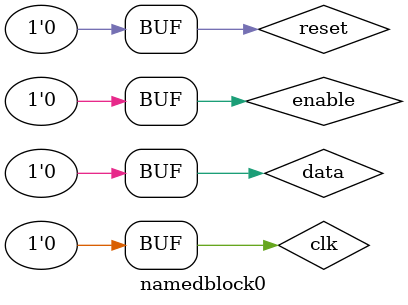
<source format=v>
module namedblock0();
   reg clk,reset,enable,data;

   initial begin: INIT
      begin: CLOCK_RESET
         clk = 0;
         reset = 0;
      end
      begin: BUS
         enable = 0;
         data = 0;
      end
   end

endmodule

</source>
